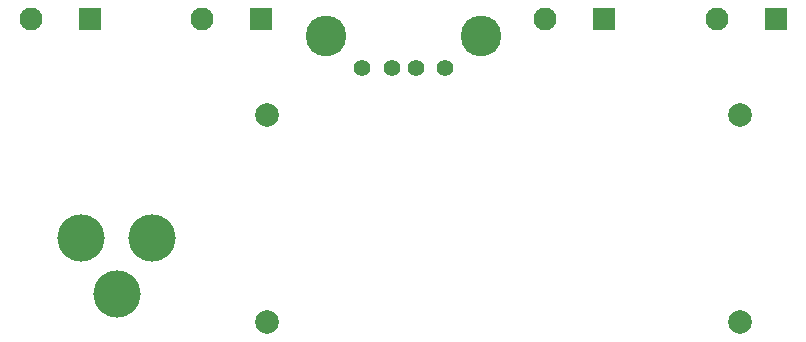
<source format=gbl>
G04*
G04 #@! TF.GenerationSoftware,Altium Limited,Altium Designer,23.4.1 (23)*
G04*
G04 Layer_Physical_Order=2*
G04 Layer_Color=16711680*
%FSLAX44Y44*%
%MOMM*%
G71*
G04*
G04 #@! TF.SameCoordinates,AF02C922-6A1C-4A38-A695-A25B514CCAD0*
G04*
G04*
G04 #@! TF.FilePolarity,Positive*
G04*
G01*
G75*
%ADD20C,2.0000*%
%ADD21C,4.0000*%
%ADD22C,1.4200*%
%ADD23C,3.4500*%
%ADD24C,1.9500*%
%ADD25R,1.9500X1.9500*%
D20*
X1681480Y307600D02*
D03*
Y482600D02*
D03*
X2081480Y307600D02*
D03*
Y482600D02*
D03*
D21*
X1584000Y378460D02*
D03*
X1524000D02*
D03*
X1554000Y331460D02*
D03*
D22*
X1787050Y523030D02*
D03*
X1807050D02*
D03*
X1762050D02*
D03*
X1832050D02*
D03*
D23*
X1862750Y550130D02*
D03*
X1731350D02*
D03*
D24*
X1916812Y563819D02*
D03*
X1626418D02*
D03*
X2062010D02*
D03*
X1481220D02*
D03*
D25*
X1966812D02*
D03*
X1676417D02*
D03*
X2112010D02*
D03*
X1531220D02*
D03*
M02*

</source>
